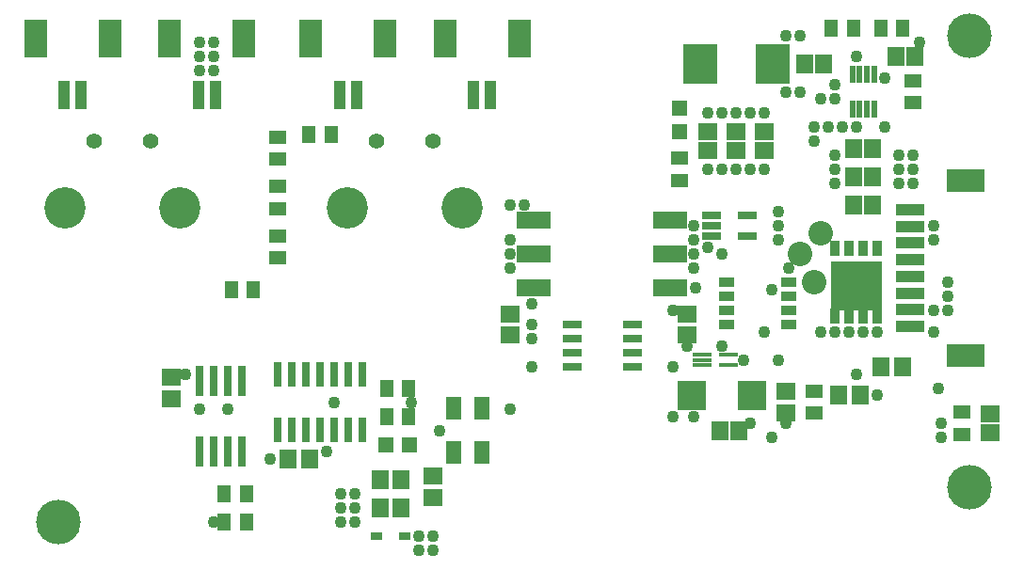
<source format=gts>
G75*
%MOIN*%
%OFA0B0*%
%FSLAX25Y25*%
%IPPOS*%
%LPD*%
%AMOC8*
5,1,8,0,0,1.08239X$1,22.5*
%
%ADD10C,0.15800*%
%ADD11R,0.03950X0.10249*%
%ADD12R,0.07887X0.13792*%
%ADD13R,0.06902X0.03162*%
%ADD14R,0.06706X0.05918*%
%ADD15R,0.05800X0.03300*%
%ADD16R,0.03400X0.05800*%
%ADD17C,0.04300*%
%ADD18R,0.18400X0.17600*%
%ADD19C,0.08674*%
%ADD20R,0.05918X0.06706*%
%ADD21R,0.05131X0.06312*%
%ADD22R,0.06312X0.05131*%
%ADD23R,0.12020X0.14186*%
%ADD24R,0.02165X0.06496*%
%ADD25R,0.05524X0.05524*%
%ADD26R,0.12237X0.06300*%
%ADD27R,0.05524X0.08083*%
%ADD28R,0.04343X0.03162*%
%ADD29R,0.10249X0.03950*%
%ADD30R,0.13792X0.07887*%
%ADD31C,0.14643*%
%ADD32C,0.05524*%
%ADD33R,0.10446X0.02572*%
%ADD34R,0.06509X0.01784*%
%ADD35R,0.03000X0.08600*%
%ADD36R,0.03162X0.10839*%
%ADD37C,0.04343*%
D10*
X0052000Y0052000D03*
X0374500Y0064500D03*
X0374500Y0224500D03*
D11*
X0204953Y0203500D03*
X0199047Y0203500D03*
X0157453Y0203500D03*
X0151547Y0203500D03*
X0107453Y0203500D03*
X0101547Y0203500D03*
X0059953Y0203500D03*
X0054047Y0203500D03*
D12*
X0043811Y0223382D03*
X0070189Y0223382D03*
X0091311Y0223382D03*
X0117689Y0223382D03*
X0141311Y0223382D03*
X0167689Y0223382D03*
X0188811Y0223382D03*
X0215189Y0223382D03*
D13*
X0283201Y0160740D03*
X0283201Y0157000D03*
X0283201Y0153260D03*
X0295799Y0153260D03*
X0295799Y0160740D03*
X0255130Y0122000D03*
X0255130Y0117000D03*
X0255130Y0112000D03*
X0255130Y0107000D03*
X0233870Y0107000D03*
X0233870Y0112000D03*
X0233870Y0117000D03*
X0233870Y0122000D03*
D14*
X0212000Y0118260D03*
X0212000Y0125740D03*
X0274500Y0125740D03*
X0274500Y0118260D03*
X0309500Y0098240D03*
X0309500Y0090760D03*
X0382000Y0090346D03*
X0382000Y0083654D03*
X0302000Y0183654D03*
X0292000Y0183654D03*
X0292000Y0190346D03*
X0302000Y0190346D03*
X0282000Y0190346D03*
X0282000Y0183654D03*
X0184500Y0068240D03*
X0184500Y0060760D03*
X0092000Y0095760D03*
X0092000Y0103240D03*
D15*
X0288500Y0122000D03*
X0288500Y0127000D03*
X0288500Y0132000D03*
X0288500Y0137000D03*
X0310500Y0137000D03*
X0310500Y0132000D03*
X0310500Y0127000D03*
X0310500Y0122000D03*
D16*
X0327000Y0125000D03*
X0332000Y0125000D03*
X0337000Y0125000D03*
X0342000Y0125000D03*
X0342000Y0149000D03*
X0337000Y0149000D03*
X0332000Y0149000D03*
X0327000Y0149000D03*
D17*
X0329500Y0142000D03*
X0334500Y0142000D03*
X0334500Y0137000D03*
X0329500Y0137000D03*
X0329500Y0132000D03*
X0334500Y0132000D03*
X0339500Y0132000D03*
X0339500Y0137000D03*
X0339500Y0142000D03*
D18*
X0334500Y0135700D03*
D19*
X0319500Y0137000D03*
X0314500Y0147000D03*
X0322000Y0154500D03*
D20*
X0333654Y0164500D03*
X0340346Y0164500D03*
X0340346Y0174500D03*
X0333654Y0174500D03*
X0333654Y0184500D03*
X0340346Y0184500D03*
X0322846Y0214500D03*
X0316154Y0214500D03*
X0348654Y0217000D03*
X0355346Y0217000D03*
X0350740Y0107000D03*
X0343260Y0107000D03*
X0335740Y0097000D03*
X0328260Y0097000D03*
X0292846Y0084500D03*
X0286154Y0084500D03*
X0173240Y0067000D03*
X0165760Y0067000D03*
X0165760Y0057000D03*
X0173240Y0057000D03*
X0140740Y0074500D03*
X0133260Y0074500D03*
D21*
X0118437Y0062000D03*
X0110563Y0062000D03*
X0110563Y0052000D03*
X0118437Y0052000D03*
X0168063Y0089500D03*
X0175937Y0089500D03*
X0175937Y0099500D03*
X0168063Y0099500D03*
X0120937Y0134500D03*
X0113063Y0134500D03*
X0140563Y0189500D03*
X0148437Y0189500D03*
X0325563Y0227000D03*
X0333437Y0227000D03*
X0343063Y0227000D03*
X0350937Y0227000D03*
D22*
X0354500Y0208437D03*
X0354500Y0200563D03*
X0272000Y0180937D03*
X0272000Y0173063D03*
X0319500Y0098437D03*
X0319500Y0090563D03*
X0372000Y0090937D03*
X0372000Y0083063D03*
X0129500Y0145563D03*
X0129500Y0153437D03*
X0129500Y0163063D03*
X0129500Y0170937D03*
X0129500Y0180563D03*
X0129500Y0188437D03*
D23*
X0279106Y0214500D03*
X0304894Y0214500D03*
D24*
X0333161Y0210602D03*
X0335720Y0210602D03*
X0338280Y0210602D03*
X0340839Y0210602D03*
X0340839Y0198398D03*
X0338280Y0198398D03*
X0335720Y0198398D03*
X0333161Y0198398D03*
D25*
X0272000Y0198634D03*
X0272000Y0190366D03*
X0176134Y0079500D03*
X0167866Y0079500D03*
D26*
X0220281Y0135000D03*
X0220281Y0147000D03*
X0220281Y0159000D03*
X0268719Y0159000D03*
X0268719Y0147000D03*
X0268719Y0135000D03*
D27*
X0202000Y0092472D03*
X0192000Y0092472D03*
X0192000Y0076528D03*
X0202000Y0076528D03*
D28*
X0174421Y0047000D03*
X0164579Y0047000D03*
D29*
X0353500Y0121331D03*
X0353500Y0127236D03*
X0353500Y0133142D03*
X0353500Y0139047D03*
X0353500Y0144953D03*
X0353500Y0150858D03*
X0353500Y0156764D03*
X0353500Y0162669D03*
D30*
X0373382Y0172906D03*
X0373382Y0111094D03*
D31*
X0194750Y0163400D03*
X0154250Y0163400D03*
X0094750Y0163400D03*
X0054250Y0163400D03*
D32*
X0064500Y0187000D03*
X0084500Y0187000D03*
X0164500Y0187000D03*
X0184500Y0187000D03*
D33*
X0276370Y0100839D03*
X0276370Y0098280D03*
X0276370Y0095720D03*
X0276370Y0093161D03*
X0297630Y0093161D03*
X0297630Y0095720D03*
X0297630Y0098280D03*
X0297630Y0100839D03*
D34*
X0289126Y0107531D03*
X0289126Y0111469D03*
X0279874Y0111469D03*
X0279874Y0109500D03*
X0279874Y0107531D03*
D35*
X0159500Y0104200D03*
X0154500Y0104200D03*
X0149500Y0104200D03*
X0144500Y0104200D03*
X0139500Y0104200D03*
X0134500Y0104200D03*
X0129500Y0104200D03*
X0129500Y0084800D03*
X0134500Y0084800D03*
X0139500Y0084800D03*
X0144500Y0084800D03*
X0149500Y0084800D03*
X0154500Y0084800D03*
X0159500Y0084800D03*
D36*
X0117000Y0076902D03*
X0112000Y0076902D03*
X0107000Y0076902D03*
X0102000Y0076902D03*
X0102000Y0102098D03*
X0107000Y0102098D03*
X0112000Y0102098D03*
X0117000Y0102098D03*
D37*
X0112000Y0092000D03*
X0102000Y0092000D03*
X0097000Y0104500D03*
X0127000Y0074500D03*
X0147000Y0077000D03*
X0152000Y0062000D03*
X0157000Y0062000D03*
X0157000Y0057000D03*
X0152000Y0057000D03*
X0152000Y0052000D03*
X0157000Y0052000D03*
X0179500Y0047000D03*
X0184500Y0047000D03*
X0184500Y0042000D03*
X0179500Y0042000D03*
X0187000Y0084500D03*
X0177000Y0094500D03*
X0149500Y0094500D03*
X0212000Y0092000D03*
X0219500Y0107000D03*
X0219500Y0117000D03*
X0219500Y0122000D03*
X0219500Y0129500D03*
X0212000Y0142000D03*
X0212000Y0147000D03*
X0212000Y0152000D03*
X0212000Y0164500D03*
X0217000Y0164500D03*
X0277000Y0157000D03*
X0277000Y0152000D03*
X0282000Y0149500D03*
X0277000Y0147000D03*
X0277000Y0142000D03*
X0287000Y0147000D03*
X0277500Y0135000D03*
X0269500Y0127000D03*
X0274500Y0114500D03*
X0269500Y0107000D03*
X0287000Y0114500D03*
X0294500Y0109500D03*
X0307000Y0109500D03*
X0302000Y0119500D03*
X0322000Y0119500D03*
X0327000Y0119500D03*
X0332000Y0119500D03*
X0337000Y0119500D03*
X0342000Y0119500D03*
X0362000Y0119500D03*
X0362000Y0127000D03*
X0367000Y0127000D03*
X0367000Y0132000D03*
X0367000Y0137000D03*
X0362000Y0152000D03*
X0362000Y0157000D03*
X0354500Y0172000D03*
X0349500Y0172000D03*
X0349500Y0177000D03*
X0354500Y0177000D03*
X0354500Y0182000D03*
X0349500Y0182000D03*
X0344500Y0192000D03*
X0334500Y0192000D03*
X0329500Y0192000D03*
X0324500Y0192000D03*
X0319500Y0192000D03*
X0319500Y0187000D03*
X0327000Y0182000D03*
X0327000Y0177000D03*
X0327000Y0172000D03*
X0307000Y0162000D03*
X0307000Y0157000D03*
X0307000Y0152000D03*
X0310500Y0142000D03*
X0304500Y0134500D03*
X0334500Y0104500D03*
X0342000Y0097000D03*
X0363437Y0099500D03*
X0364500Y0087000D03*
X0364500Y0082000D03*
X0309500Y0087000D03*
X0304500Y0082000D03*
X0297000Y0087000D03*
X0277000Y0089500D03*
X0269500Y0089500D03*
X0282000Y0177000D03*
X0287000Y0177000D03*
X0292000Y0177000D03*
X0297000Y0177000D03*
X0302000Y0177000D03*
X0302000Y0197000D03*
X0297000Y0197000D03*
X0292000Y0197000D03*
X0287000Y0197000D03*
X0282000Y0197000D03*
X0309500Y0204500D03*
X0314500Y0204500D03*
X0322000Y0202000D03*
X0327000Y0202000D03*
X0327000Y0207000D03*
X0334500Y0217000D03*
X0344500Y0209500D03*
X0357000Y0222000D03*
X0314500Y0224500D03*
X0309500Y0224500D03*
X0107000Y0222000D03*
X0107000Y0217000D03*
X0107000Y0212000D03*
X0102000Y0212000D03*
X0102000Y0217000D03*
X0102000Y0222000D03*
X0107000Y0052000D03*
M02*

</source>
